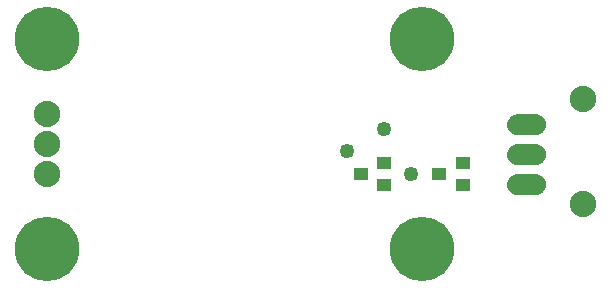
<source format=gbs>
G04 MADE WITH FRITZING*
G04 WWW.FRITZING.ORG*
G04 DOUBLE SIDED*
G04 HOLES PLATED*
G04 CONTOUR ON CENTER OF CONTOUR VECTOR*
%ASAXBY*%
%FSLAX23Y23*%
%MOIN*%
%OFA0B0*%
%SFA1.0B1.0*%
%ADD10C,0.049370*%
%ADD11C,0.088000*%
%ADD12C,0.070000*%
%ADD13C,0.214724*%
%ADD14R,0.045433X0.041496*%
%ADD15R,0.001000X0.001000*%
%LNMASK0*%
G90*
G70*
G54D10*
X1345Y390D03*
X1132Y465D03*
G54D11*
X1920Y640D03*
X1920Y290D03*
G54D12*
X1732Y353D03*
X1732Y453D03*
X1732Y553D03*
G54D10*
X1257Y540D03*
G54D13*
X1382Y140D03*
X1382Y840D03*
X132Y140D03*
X132Y840D03*
G54D11*
X132Y390D03*
X132Y490D03*
X132Y590D03*
G54D14*
X1520Y427D03*
X1520Y353D03*
X1441Y390D03*
X1257Y427D03*
X1257Y353D03*
X1178Y390D03*
G54D15*
X1695Y588D02*
X1768Y588D01*
X1691Y587D02*
X1772Y587D01*
X1689Y586D02*
X1774Y586D01*
X1687Y585D02*
X1776Y585D01*
X1685Y584D02*
X1778Y584D01*
X1683Y583D02*
X1780Y583D01*
X1682Y582D02*
X1781Y582D01*
X1680Y581D02*
X1782Y581D01*
X1679Y580D02*
X1784Y580D01*
X1678Y579D02*
X1785Y579D01*
X1677Y578D02*
X1786Y578D01*
X1676Y577D02*
X1787Y577D01*
X1675Y576D02*
X1788Y576D01*
X1675Y575D02*
X1788Y575D01*
X1674Y574D02*
X1789Y574D01*
X1673Y573D02*
X1790Y573D01*
X1672Y572D02*
X1790Y572D01*
X1672Y571D02*
X1791Y571D01*
X1671Y570D02*
X1792Y570D01*
X1671Y569D02*
X1792Y569D01*
X1670Y568D02*
X1726Y568D01*
X1737Y568D02*
X1793Y568D01*
X1670Y567D02*
X1723Y567D01*
X1740Y567D02*
X1793Y567D01*
X1669Y566D02*
X1722Y566D01*
X1741Y566D02*
X1794Y566D01*
X1669Y565D02*
X1720Y565D01*
X1742Y565D02*
X1794Y565D01*
X1669Y564D02*
X1719Y564D01*
X1743Y564D02*
X1794Y564D01*
X1668Y563D02*
X1719Y563D01*
X1744Y563D02*
X1795Y563D01*
X1668Y562D02*
X1718Y562D01*
X1745Y562D02*
X1795Y562D01*
X1668Y561D02*
X1718Y561D01*
X1745Y561D02*
X1795Y561D01*
X1668Y560D02*
X1717Y560D01*
X1746Y560D02*
X1795Y560D01*
X1667Y559D02*
X1717Y559D01*
X1746Y559D02*
X1795Y559D01*
X1667Y558D02*
X1716Y558D01*
X1746Y558D02*
X1796Y558D01*
X1667Y557D02*
X1716Y557D01*
X1747Y557D02*
X1796Y557D01*
X1667Y556D02*
X1716Y556D01*
X1747Y556D02*
X1796Y556D01*
X1667Y555D02*
X1716Y555D01*
X1747Y555D02*
X1796Y555D01*
X1667Y554D02*
X1716Y554D01*
X1747Y554D02*
X1796Y554D01*
X1667Y553D02*
X1716Y553D01*
X1747Y553D02*
X1796Y553D01*
X1667Y552D02*
X1716Y552D01*
X1747Y552D02*
X1796Y552D01*
X1667Y551D02*
X1716Y551D01*
X1747Y551D02*
X1796Y551D01*
X1667Y550D02*
X1716Y550D01*
X1746Y550D02*
X1796Y550D01*
X1667Y549D02*
X1717Y549D01*
X1746Y549D02*
X1795Y549D01*
X1668Y548D02*
X1717Y548D01*
X1746Y548D02*
X1795Y548D01*
X1668Y547D02*
X1717Y547D01*
X1745Y547D02*
X1795Y547D01*
X1668Y546D02*
X1718Y546D01*
X1745Y546D02*
X1795Y546D01*
X1668Y545D02*
X1718Y545D01*
X1744Y545D02*
X1795Y545D01*
X1668Y544D02*
X1719Y544D01*
X1744Y544D02*
X1794Y544D01*
X1669Y543D02*
X1720Y543D01*
X1743Y543D02*
X1794Y543D01*
X1669Y542D02*
X1721Y542D01*
X1742Y542D02*
X1794Y542D01*
X1670Y541D02*
X1723Y541D01*
X1740Y541D02*
X1793Y541D01*
X1670Y540D02*
X1725Y540D01*
X1738Y540D02*
X1793Y540D01*
X1671Y539D02*
X1730Y539D01*
X1733Y539D02*
X1792Y539D01*
X1671Y538D02*
X1792Y538D01*
X1672Y537D02*
X1791Y537D01*
X1672Y536D02*
X1791Y536D01*
X1673Y535D02*
X1790Y535D01*
X1674Y534D02*
X1789Y534D01*
X1674Y533D02*
X1789Y533D01*
X1675Y532D02*
X1788Y532D01*
X1676Y531D02*
X1787Y531D01*
X1677Y530D02*
X1786Y530D01*
X1678Y529D02*
X1785Y529D01*
X1679Y528D02*
X1784Y528D01*
X1680Y527D02*
X1783Y527D01*
X1681Y526D02*
X1781Y526D01*
X1683Y525D02*
X1780Y525D01*
X1684Y524D02*
X1778Y524D01*
X1686Y523D02*
X1777Y523D01*
X1688Y522D02*
X1775Y522D01*
X1691Y521D02*
X1772Y521D01*
X1694Y520D02*
X1769Y520D01*
X1700Y519D02*
X1763Y519D01*
X1694Y488D02*
X1768Y488D01*
X1691Y487D02*
X1772Y487D01*
X1688Y486D02*
X1774Y486D01*
X1686Y485D02*
X1776Y485D01*
X1685Y484D02*
X1778Y484D01*
X1683Y483D02*
X1780Y483D01*
X1682Y482D02*
X1781Y482D01*
X1680Y481D02*
X1783Y481D01*
X1679Y480D02*
X1784Y480D01*
X1678Y479D02*
X1785Y479D01*
X1677Y478D02*
X1786Y478D01*
X1676Y477D02*
X1787Y477D01*
X1675Y476D02*
X1788Y476D01*
X1674Y475D02*
X1788Y475D01*
X1674Y474D02*
X1789Y474D01*
X1673Y473D02*
X1790Y473D01*
X1672Y472D02*
X1791Y472D01*
X1672Y471D02*
X1791Y471D01*
X1671Y470D02*
X1792Y470D01*
X1671Y469D02*
X1792Y469D01*
X1670Y468D02*
X1725Y468D01*
X1738Y468D02*
X1793Y468D01*
X1670Y467D02*
X1723Y467D01*
X1740Y467D02*
X1793Y467D01*
X1669Y466D02*
X1722Y466D01*
X1741Y466D02*
X1794Y466D01*
X1669Y465D02*
X1720Y465D01*
X1743Y465D02*
X1794Y465D01*
X1669Y464D02*
X1719Y464D01*
X1743Y464D02*
X1794Y464D01*
X1668Y463D02*
X1719Y463D01*
X1744Y463D02*
X1795Y463D01*
X1668Y462D02*
X1718Y462D01*
X1745Y462D02*
X1795Y462D01*
X1668Y461D02*
X1717Y461D01*
X1745Y461D02*
X1795Y461D01*
X1668Y460D02*
X1717Y460D01*
X1746Y460D02*
X1795Y460D01*
X1667Y459D02*
X1717Y459D01*
X1746Y459D02*
X1795Y459D01*
X1667Y458D02*
X1716Y458D01*
X1746Y458D02*
X1796Y458D01*
X1667Y457D02*
X1716Y457D01*
X1747Y457D02*
X1796Y457D01*
X1667Y456D02*
X1716Y456D01*
X1747Y456D02*
X1796Y456D01*
X1667Y455D02*
X1716Y455D01*
X1747Y455D02*
X1796Y455D01*
X1667Y454D02*
X1716Y454D01*
X1747Y454D02*
X1796Y454D01*
X1667Y453D02*
X1716Y453D01*
X1747Y453D02*
X1796Y453D01*
X1667Y452D02*
X1716Y452D01*
X1747Y452D02*
X1796Y452D01*
X1667Y451D02*
X1716Y451D01*
X1747Y451D02*
X1796Y451D01*
X1667Y450D02*
X1716Y450D01*
X1746Y450D02*
X1796Y450D01*
X1667Y449D02*
X1717Y449D01*
X1746Y449D02*
X1795Y449D01*
X1668Y448D02*
X1717Y448D01*
X1746Y448D02*
X1795Y448D01*
X1668Y447D02*
X1717Y447D01*
X1745Y447D02*
X1795Y447D01*
X1668Y446D02*
X1718Y446D01*
X1745Y446D02*
X1795Y446D01*
X1668Y445D02*
X1719Y445D01*
X1744Y445D02*
X1795Y445D01*
X1669Y444D02*
X1719Y444D01*
X1744Y444D02*
X1794Y444D01*
X1669Y443D02*
X1720Y443D01*
X1743Y443D02*
X1794Y443D01*
X1669Y442D02*
X1721Y442D01*
X1741Y442D02*
X1794Y442D01*
X1670Y441D02*
X1723Y441D01*
X1740Y441D02*
X1793Y441D01*
X1670Y440D02*
X1725Y440D01*
X1738Y440D02*
X1793Y440D01*
X1671Y439D02*
X1730Y439D01*
X1732Y439D02*
X1792Y439D01*
X1671Y438D02*
X1792Y438D01*
X1672Y437D02*
X1791Y437D01*
X1672Y436D02*
X1791Y436D01*
X1673Y435D02*
X1790Y435D01*
X1674Y434D02*
X1789Y434D01*
X1674Y433D02*
X1788Y433D01*
X1675Y432D02*
X1788Y432D01*
X1676Y431D02*
X1787Y431D01*
X1677Y430D02*
X1786Y430D01*
X1678Y429D02*
X1785Y429D01*
X1679Y428D02*
X1784Y428D01*
X1680Y427D02*
X1783Y427D01*
X1682Y426D02*
X1781Y426D01*
X1683Y425D02*
X1780Y425D01*
X1684Y424D02*
X1778Y424D01*
X1686Y423D02*
X1777Y423D01*
X1688Y422D02*
X1775Y422D01*
X1691Y421D02*
X1772Y421D01*
X1694Y420D02*
X1769Y420D01*
X1701Y419D02*
X1762Y419D01*
X1694Y388D02*
X1769Y388D01*
X1691Y387D02*
X1772Y387D01*
X1688Y386D02*
X1775Y386D01*
X1686Y385D02*
X1777Y385D01*
X1685Y384D02*
X1778Y384D01*
X1683Y383D02*
X1780Y383D01*
X1682Y382D02*
X1781Y382D01*
X1680Y381D02*
X1783Y381D01*
X1679Y380D02*
X1784Y380D01*
X1678Y379D02*
X1785Y379D01*
X1677Y378D02*
X1786Y378D01*
X1676Y377D02*
X1787Y377D01*
X1675Y376D02*
X1788Y376D01*
X1674Y375D02*
X1788Y375D01*
X1674Y374D02*
X1789Y374D01*
X1673Y373D02*
X1790Y373D01*
X1672Y372D02*
X1791Y372D01*
X1672Y371D02*
X1791Y371D01*
X1671Y370D02*
X1792Y370D01*
X1671Y369D02*
X1792Y369D01*
X1670Y368D02*
X1725Y368D01*
X1738Y368D02*
X1793Y368D01*
X1670Y367D02*
X1723Y367D01*
X1740Y367D02*
X1793Y367D01*
X1669Y366D02*
X1721Y366D01*
X1741Y366D02*
X1794Y366D01*
X1669Y365D02*
X1720Y365D01*
X1743Y365D02*
X1794Y365D01*
X1669Y364D02*
X1719Y364D01*
X1743Y364D02*
X1794Y364D01*
X1668Y363D02*
X1719Y363D01*
X1744Y363D02*
X1795Y363D01*
X1668Y362D02*
X1718Y362D01*
X1745Y362D02*
X1795Y362D01*
X1668Y361D02*
X1717Y361D01*
X1745Y361D02*
X1795Y361D01*
X1668Y360D02*
X1717Y360D01*
X1746Y360D02*
X1795Y360D01*
X1667Y359D02*
X1717Y359D01*
X1746Y359D02*
X1795Y359D01*
X1667Y358D02*
X1716Y358D01*
X1746Y358D02*
X1796Y358D01*
X1667Y357D02*
X1716Y357D01*
X1747Y357D02*
X1796Y357D01*
X1667Y356D02*
X1716Y356D01*
X1747Y356D02*
X1796Y356D01*
X1667Y355D02*
X1716Y355D01*
X1747Y355D02*
X1796Y355D01*
X1667Y354D02*
X1716Y354D01*
X1747Y354D02*
X1796Y354D01*
X1667Y353D02*
X1716Y353D01*
X1747Y353D02*
X1796Y353D01*
X1667Y352D02*
X1716Y352D01*
X1747Y352D02*
X1796Y352D01*
X1667Y351D02*
X1716Y351D01*
X1747Y351D02*
X1796Y351D01*
X1667Y350D02*
X1716Y350D01*
X1746Y350D02*
X1796Y350D01*
X1667Y349D02*
X1717Y349D01*
X1746Y349D02*
X1795Y349D01*
X1668Y348D02*
X1717Y348D01*
X1746Y348D02*
X1795Y348D01*
X1668Y347D02*
X1717Y347D01*
X1745Y347D02*
X1795Y347D01*
X1668Y346D02*
X1718Y346D01*
X1745Y346D02*
X1795Y346D01*
X1668Y345D02*
X1719Y345D01*
X1744Y345D02*
X1795Y345D01*
X1669Y344D02*
X1719Y344D01*
X1743Y344D02*
X1794Y344D01*
X1669Y343D02*
X1720Y343D01*
X1743Y343D02*
X1794Y343D01*
X1669Y342D02*
X1721Y342D01*
X1741Y342D02*
X1794Y342D01*
X1670Y341D02*
X1723Y341D01*
X1740Y341D02*
X1793Y341D01*
X1670Y340D02*
X1725Y340D01*
X1738Y340D02*
X1793Y340D01*
X1671Y339D02*
X1792Y339D01*
X1671Y338D02*
X1792Y338D01*
X1672Y337D02*
X1791Y337D01*
X1672Y336D02*
X1791Y336D01*
X1673Y335D02*
X1790Y335D01*
X1674Y334D02*
X1789Y334D01*
X1674Y333D02*
X1788Y333D01*
X1675Y332D02*
X1788Y332D01*
X1676Y331D02*
X1787Y331D01*
X1677Y330D02*
X1786Y330D01*
X1678Y329D02*
X1785Y329D01*
X1679Y328D02*
X1784Y328D01*
X1680Y327D02*
X1783Y327D01*
X1682Y326D02*
X1781Y326D01*
X1683Y325D02*
X1780Y325D01*
X1685Y324D02*
X1778Y324D01*
X1686Y323D02*
X1777Y323D01*
X1688Y322D02*
X1774Y322D01*
X1691Y321D02*
X1772Y321D01*
X1694Y320D02*
X1769Y320D01*
D02*
G04 End of Mask0*
M02*
</source>
